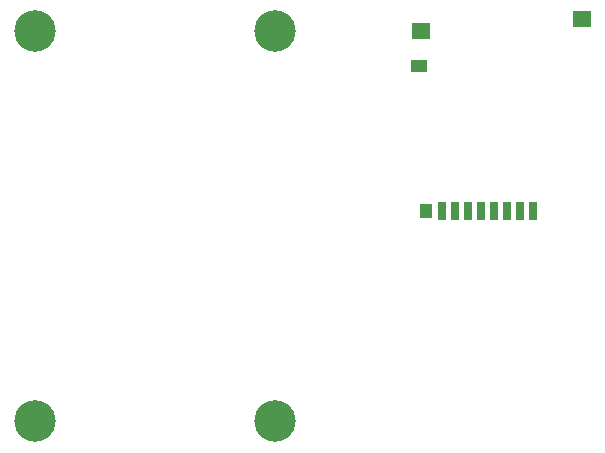
<source format=gbp>
G04 MADE WITH FRITZING*
G04 WWW.FRITZING.ORG*
G04 DOUBLE SIDED*
G04 HOLES PLATED*
G04 CONTOUR ON CENTER OF CONTOUR VECTOR*
%ASAXBY*%
%FSLAX23Y23*%
%MOIN*%
%OFA0B0*%
%SFA1.0B1.0*%
%ADD10C,0.138425*%
%ADD11R,0.059055X0.053150*%
%ADD12R,0.055118X0.039370*%
%ADD13R,0.039370X0.051181*%
%ADD14R,0.029528X0.059055*%
%ADD15R,0.001000X0.001000*%
%LNPASTEMASK0*%
G90*
G70*
G54D10*
X1125Y372D03*
X325Y372D03*
X1125Y1672D03*
X325Y1672D03*
G54D11*
X1612Y1675D03*
X2149Y1714D03*
G54D12*
X1606Y1556D03*
G54D13*
X1629Y1074D03*
G54D14*
X1682Y1072D03*
X1725Y1072D03*
X1768Y1072D03*
X1812Y1072D03*
X1855Y1072D03*
X1898Y1072D03*
X1942Y1072D03*
X1985Y1072D03*
G54D15*
D02*
G04 End of PasteMask0*
M02*
</source>
